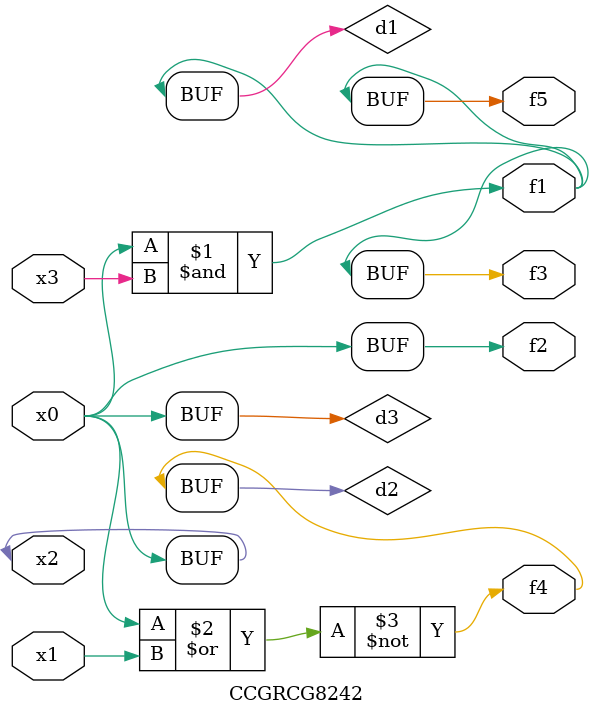
<source format=v>
module CCGRCG8242(
	input x0, x1, x2, x3,
	output f1, f2, f3, f4, f5
);

	wire d1, d2, d3;

	and (d1, x2, x3);
	nor (d2, x0, x1);
	buf (d3, x0, x2);
	assign f1 = d1;
	assign f2 = d3;
	assign f3 = d1;
	assign f4 = d2;
	assign f5 = d1;
endmodule

</source>
